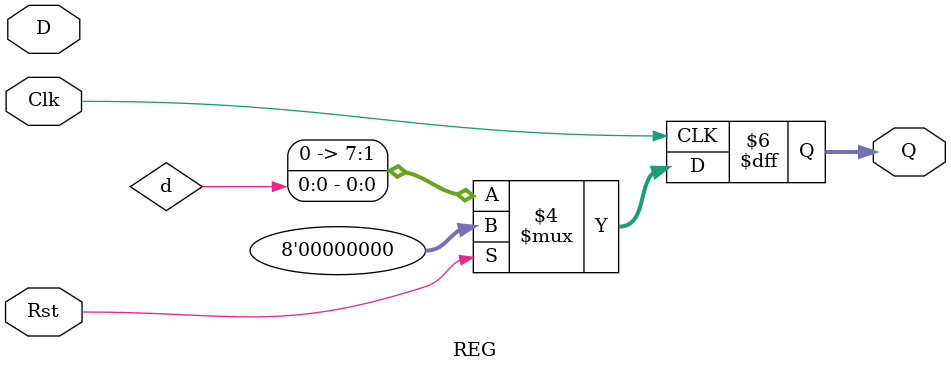
<source format=v>
`timescale 1ns / 1ps

module REG #(parameter DATAWIDTH = 8)(D, Clk, Rst, Q);

    input Clk, Rst;
    input [DATAWIDTH-1:0] D;
    output reg [DATAWIDTH-1:0] Q;
    
always @(posedge Clk)begin
    if (Rst == 1)
        Q <= 0;
    else
        Q <= d;
    end
    
endmodule

</source>
